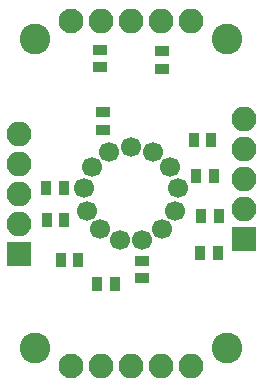
<source format=gts>
G04 #@! TF.FileFunction,Soldermask,Top*
%FSLAX46Y46*%
G04 Gerber Fmt 4.6, Leading zero omitted, Abs format (unit mm)*
G04 Created by KiCad (PCBNEW 4.0.4-stable) date 01/14/18 19:09:26*
%MOMM*%
%LPD*%
G01*
G04 APERTURE LIST*
%ADD10C,0.100000*%
%ADD11C,2.600000*%
%ADD12C,2.100000*%
%ADD13O,2.100000X2.100000*%
%ADD14R,2.100000X2.100000*%
%ADD15R,0.900000X1.300000*%
%ADD16R,1.300000X0.900000*%
%ADD17C,1.700000*%
G04 APERTURE END LIST*
D10*
D11*
X8128000Y-13081000D03*
X8128000Y13081000D03*
X-8128000Y13081000D03*
X-8128000Y-13081000D03*
D12*
X-5080000Y14605000D03*
D13*
X-2540000Y14605000D03*
X0Y14605000D03*
X2540000Y14605000D03*
X5080000Y14605000D03*
D14*
X-9525000Y-5080000D03*
D13*
X-9525000Y-2540000D03*
X-9525000Y0D03*
X-9525000Y2540000D03*
X-9525000Y5080000D03*
D12*
X-5080000Y-14605000D03*
D13*
X-2540000Y-14605000D03*
X0Y-14605000D03*
X2540000Y-14605000D03*
X5080000Y-14605000D03*
D14*
X9525000Y-3810000D03*
D13*
X9525000Y-1270000D03*
X9525000Y1270000D03*
X9525000Y3810000D03*
X9525000Y6350000D03*
D15*
X5900000Y-1875000D03*
X7400000Y-1875000D03*
D16*
X-2400000Y5400000D03*
X-2400000Y6900000D03*
D15*
X-1400000Y-7625000D03*
X-2900000Y-7625000D03*
X-5700000Y500000D03*
X-7200000Y500000D03*
X-4475000Y-5600000D03*
X-5975000Y-5600000D03*
D16*
X-2600000Y10700000D03*
X-2600000Y12200000D03*
X900000Y-5650000D03*
X900000Y-7150000D03*
X2600000Y10600000D03*
X2600000Y12100000D03*
D15*
X5300000Y4600000D03*
X6800000Y4600000D03*
X5500000Y1500000D03*
X7000000Y1500000D03*
X-5650000Y-2250000D03*
X-7150000Y-2250000D03*
D17*
X0Y4000000D03*
X1858893Y3541824D03*
X3291935Y2272259D03*
X3970835Y482147D03*
X3740065Y-1418420D03*
X2652491Y-2994043D03*
X957263Y-3883767D03*
X-957263Y-3883767D03*
X-2652491Y-2994043D03*
X-3740065Y-1418420D03*
X-3970835Y482147D03*
X-3291935Y2272259D03*
X-1858893Y3541824D03*
D15*
X5850000Y-5050000D03*
X7350000Y-5050000D03*
M02*

</source>
